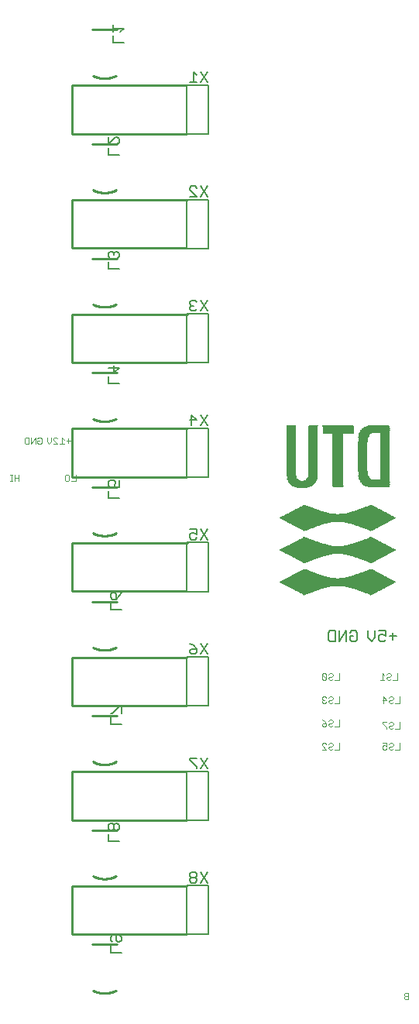
<source format=gbo>
G75*
%MOIN*%
%OFA0B0*%
%FSLAX25Y25*%
%IPPOS*%
%LPD*%
%AMOC8*
5,1,8,0,0,1.08239X$1,22.5*
%
%ADD10C,0.00500*%
%ADD11C,0.00300*%
%ADD12C,0.01000*%
%ADD13C,0.00800*%
%ADD14R,0.00100X0.00100*%
%ADD15R,0.00200X0.00100*%
%ADD16R,0.00600X0.00100*%
%ADD17R,0.01100X0.00100*%
%ADD18R,0.01500X0.00100*%
%ADD19R,0.02000X0.00100*%
%ADD20R,0.02400X0.00100*%
%ADD21R,0.02900X0.00100*%
%ADD22R,0.03400X0.00100*%
%ADD23R,0.03800X0.00100*%
%ADD24R,0.04300X0.00100*%
%ADD25R,0.04700X0.00100*%
%ADD26R,0.04600X0.00100*%
%ADD27R,0.05100X0.00100*%
%ADD28R,0.05600X0.00100*%
%ADD29R,0.06000X0.00100*%
%ADD30R,0.06500X0.00100*%
%ADD31R,0.07000X0.00100*%
%ADD32R,0.07500X0.00100*%
%ADD33R,0.07900X0.00100*%
%ADD34R,0.08400X0.00100*%
%ADD35R,0.08900X0.00100*%
%ADD36R,0.09400X0.00100*%
%ADD37R,0.09700X0.00100*%
%ADD38R,0.10200X0.00100*%
%ADD39R,0.10700X0.00100*%
%ADD40R,0.11200X0.00100*%
%ADD41R,0.11700X0.00100*%
%ADD42R,0.12200X0.00100*%
%ADD43R,0.12700X0.00100*%
%ADD44R,0.13300X0.00100*%
%ADD45R,0.13800X0.00100*%
%ADD46R,0.14300X0.00100*%
%ADD47R,0.14900X0.00100*%
%ADD48R,0.15300X0.00100*%
%ADD49R,0.15900X0.00100*%
%ADD50R,0.16500X0.00100*%
%ADD51R,0.17100X0.00100*%
%ADD52R,0.17800X0.00100*%
%ADD53R,0.18500X0.00100*%
%ADD54R,0.19400X0.00100*%
%ADD55R,0.20400X0.00100*%
%ADD56R,0.44200X0.00100*%
%ADD57R,0.44600X0.00100*%
%ADD58R,0.44800X0.00100*%
%ADD59R,0.45200X0.00100*%
%ADD60R,0.45600X0.00100*%
%ADD61R,0.46000X0.00100*%
%ADD62R,0.46400X0.00100*%
%ADD63R,0.46800X0.00100*%
%ADD64R,0.47200X0.00100*%
%ADD65R,0.47600X0.00100*%
%ADD66R,0.48000X0.00100*%
%ADD67R,0.48400X0.00100*%
%ADD68R,0.48800X0.00100*%
%ADD69R,0.49000X0.00100*%
%ADD70R,0.49400X0.00100*%
%ADD71R,0.49800X0.00100*%
%ADD72R,0.48600X0.00100*%
%ADD73R,0.48200X0.00100*%
%ADD74R,0.47800X0.00100*%
%ADD75R,0.47400X0.00100*%
%ADD76R,0.47000X0.00100*%
%ADD77R,0.46600X0.00100*%
%ADD78R,0.46200X0.00100*%
%ADD79R,0.44400X0.00100*%
%ADD80R,0.21500X0.00100*%
%ADD81R,0.19900X0.00100*%
%ADD82R,0.19000X0.00100*%
%ADD83R,0.18200X0.00100*%
%ADD84R,0.17500X0.00100*%
%ADD85R,0.16900X0.00100*%
%ADD86R,0.16300X0.00100*%
%ADD87R,0.15800X0.00100*%
%ADD88R,0.15200X0.00100*%
%ADD89R,0.14600X0.00100*%
%ADD90R,0.14100X0.00100*%
%ADD91R,0.13600X0.00100*%
%ADD92R,0.13000X0.00100*%
%ADD93R,0.12500X0.00100*%
%ADD94R,0.12000X0.00100*%
%ADD95R,0.11500X0.00100*%
%ADD96R,0.11000X0.00100*%
%ADD97R,0.10600X0.00100*%
%ADD98R,0.10100X0.00100*%
%ADD99R,0.09600X0.00100*%
%ADD100R,0.09200X0.00100*%
%ADD101R,0.08700X0.00100*%
%ADD102R,0.08200X0.00100*%
%ADD103R,0.07700X0.00100*%
%ADD104R,0.07300X0.00100*%
%ADD105R,0.06800X0.00100*%
%ADD106R,0.06300X0.00100*%
%ADD107R,0.05900X0.00100*%
%ADD108R,0.05500X0.00100*%
%ADD109R,0.05000X0.00100*%
%ADD110R,0.04100X0.00100*%
%ADD111R,0.03600X0.00100*%
%ADD112R,0.03200X0.00100*%
%ADD113R,0.02700X0.00100*%
%ADD114R,0.02300X0.00100*%
%ADD115R,0.01800X0.00100*%
%ADD116R,0.01300X0.00100*%
%ADD117R,0.01000X0.00100*%
%ADD118R,0.00500X0.00100*%
%ADD119R,0.02500X0.00100*%
%ADD120R,0.04800X0.00100*%
%ADD121R,0.06100X0.00100*%
%ADD122R,0.09800X0.00100*%
%ADD123R,0.45000X0.00100*%
%ADD124R,0.45800X0.00100*%
%ADD125R,0.05800X0.00100*%
%ADD126R,0.49200X0.00100*%
%ADD127R,0.03900X0.00100*%
%ADD128R,0.04900X0.00100*%
%ADD129R,0.07400X0.00100*%
%ADD130R,0.03700X0.00100*%
%ADD131R,0.08800X0.00100*%
%ADD132R,0.04200X0.00100*%
%ADD133R,0.09900X0.00100*%
%ADD134R,0.04400X0.00100*%
%ADD135R,0.10500X0.00100*%
%ADD136R,0.04500X0.00100*%
%ADD137R,0.08100X0.00100*%
%ADD138R,0.10900X0.00100*%
%ADD139R,0.11100X0.00100*%
%ADD140R,0.09100X0.00100*%
%ADD141R,0.11300X0.00100*%
%ADD142R,0.09300X0.00100*%
%ADD143R,0.11400X0.00100*%
%ADD144R,0.11600X0.00100*%
%ADD145R,0.10000X0.00100*%
%ADD146R,0.11800X0.00100*%
%ADD147R,0.11900X0.00100*%
%ADD148R,0.10400X0.00100*%
%ADD149R,0.12100X0.00100*%
%ADD150R,0.10800X0.00100*%
%ADD151R,0.12300X0.00100*%
%ADD152R,0.12400X0.00100*%
%ADD153R,0.12600X0.00100*%
%ADD154R,0.12800X0.00100*%
%ADD155R,0.12900X0.00100*%
%ADD156R,0.05200X0.00100*%
%ADD157R,0.05300X0.00100*%
%ADD158R,0.13200X0.00100*%
%ADD159R,0.13400X0.00100*%
%ADD160R,0.10300X0.00100*%
%ADD161R,0.13500X0.00100*%
%ADD162R,0.04000X0.00100*%
%ADD163R,0.09000X0.00100*%
%ADD164R,0.08000X0.00100*%
D10*
X0046947Y0062489D02*
X0046947Y0065492D01*
X0047697Y0067093D02*
X0046947Y0067844D01*
X0046947Y0069345D01*
X0047697Y0070096D01*
X0050700Y0070096D01*
X0051451Y0069345D01*
X0051451Y0067844D01*
X0050700Y0067093D01*
X0049949Y0067093D01*
X0049199Y0067844D01*
X0049199Y0070096D01*
X0051451Y0062489D02*
X0046947Y0062489D01*
X0045947Y0110702D02*
X0045947Y0113704D01*
X0046697Y0115306D02*
X0047448Y0115306D01*
X0048199Y0116056D01*
X0048199Y0117558D01*
X0047448Y0118308D01*
X0046697Y0118308D01*
X0045947Y0117558D01*
X0045947Y0116056D01*
X0046697Y0115306D01*
X0048199Y0116056D02*
X0048949Y0115306D01*
X0049700Y0115306D01*
X0050451Y0116056D01*
X0050451Y0117558D01*
X0049700Y0118308D01*
X0048949Y0118308D01*
X0048199Y0117558D01*
X0050451Y0110702D02*
X0045947Y0110702D01*
X0046947Y0160914D02*
X0046947Y0163917D01*
X0046947Y0165518D02*
X0047697Y0165518D01*
X0050700Y0168521D01*
X0051451Y0168521D01*
X0051451Y0165518D01*
X0051451Y0160914D02*
X0046947Y0160914D01*
X0046947Y0210127D02*
X0046947Y0213129D01*
X0047697Y0214731D02*
X0046947Y0215481D01*
X0046947Y0216983D01*
X0047697Y0217733D01*
X0048448Y0217733D01*
X0049199Y0216983D01*
X0049199Y0214731D01*
X0047697Y0214731D01*
X0049199Y0214731D02*
X0050700Y0216232D01*
X0051451Y0217733D01*
X0051451Y0210127D02*
X0046947Y0210127D01*
X0045947Y0258339D02*
X0045947Y0261342D01*
X0046697Y0262943D02*
X0045947Y0263694D01*
X0045947Y0265195D01*
X0046697Y0265946D01*
X0048199Y0265946D01*
X0048949Y0265195D01*
X0048949Y0264445D01*
X0048199Y0262943D01*
X0050451Y0262943D01*
X0050451Y0265946D01*
X0050451Y0258339D02*
X0045947Y0258339D01*
X0045947Y0307552D02*
X0045947Y0310555D01*
X0048199Y0312156D02*
X0048199Y0315159D01*
X0050451Y0314408D02*
X0048199Y0312156D01*
X0045947Y0314408D02*
X0050451Y0314408D01*
X0050451Y0307552D02*
X0045947Y0307552D01*
X0045947Y0356765D02*
X0045947Y0359767D01*
X0046697Y0361369D02*
X0045947Y0362119D01*
X0045947Y0363621D01*
X0046697Y0364371D01*
X0047448Y0364371D01*
X0048199Y0363621D01*
X0048199Y0362870D01*
X0048199Y0363621D02*
X0048949Y0364371D01*
X0049700Y0364371D01*
X0050451Y0363621D01*
X0050451Y0362119D01*
X0049700Y0361369D01*
X0050451Y0356765D02*
X0045947Y0356765D01*
X0045947Y0405977D02*
X0045947Y0408980D01*
X0045947Y0410581D02*
X0048949Y0413584D01*
X0049700Y0413584D01*
X0050451Y0412833D01*
X0050451Y0411332D01*
X0049700Y0410581D01*
X0050451Y0405977D02*
X0045947Y0405977D01*
X0045947Y0410581D02*
X0045947Y0413584D01*
X0047947Y0454190D02*
X0047947Y0457192D01*
X0047947Y0458794D02*
X0047947Y0461796D01*
X0047947Y0460295D02*
X0052451Y0460295D01*
X0050949Y0458794D01*
X0052451Y0454190D02*
X0047947Y0454190D01*
X0080944Y0437187D02*
X0083947Y0437187D01*
X0082446Y0437187D02*
X0082446Y0441691D01*
X0083947Y0440190D01*
X0085548Y0441691D02*
X0088551Y0437187D01*
X0085548Y0437187D02*
X0088551Y0441691D01*
X0088551Y0392479D02*
X0085548Y0387975D01*
X0083947Y0387975D02*
X0080944Y0390977D01*
X0080944Y0391728D01*
X0081695Y0392479D01*
X0083196Y0392479D01*
X0083947Y0391728D01*
X0085548Y0392479D02*
X0088551Y0387975D01*
X0083947Y0387975D02*
X0080944Y0387975D01*
X0081695Y0343266D02*
X0080944Y0342516D01*
X0080944Y0341765D01*
X0081695Y0341014D01*
X0080944Y0340264D01*
X0080944Y0339513D01*
X0081695Y0338762D01*
X0083196Y0338762D01*
X0083947Y0339513D01*
X0085548Y0338762D02*
X0088551Y0343266D01*
X0085548Y0343266D02*
X0088551Y0338762D01*
X0083947Y0342516D02*
X0083196Y0343266D01*
X0081695Y0343266D01*
X0081695Y0341014D02*
X0082446Y0341014D01*
X0081695Y0294054D02*
X0083947Y0291802D01*
X0080944Y0291802D01*
X0081695Y0289550D02*
X0081695Y0294054D01*
X0085548Y0294054D02*
X0088551Y0289550D01*
X0085548Y0289550D02*
X0088551Y0294054D01*
X0088551Y0244841D02*
X0085548Y0240337D01*
X0083947Y0241088D02*
X0083196Y0240337D01*
X0081695Y0240337D01*
X0080944Y0241088D01*
X0080944Y0242589D01*
X0081695Y0243340D01*
X0082446Y0243340D01*
X0083947Y0242589D01*
X0083947Y0244841D01*
X0080944Y0244841D01*
X0085548Y0244841D02*
X0088551Y0240337D01*
X0088551Y0195628D02*
X0085548Y0191125D01*
X0083947Y0191875D02*
X0083196Y0191125D01*
X0081695Y0191125D01*
X0080944Y0191875D01*
X0080944Y0192626D01*
X0081695Y0193376D01*
X0083947Y0193376D01*
X0083947Y0191875D01*
X0083947Y0193376D02*
X0082446Y0194878D01*
X0080944Y0195628D01*
X0085548Y0195628D02*
X0088551Y0191125D01*
X0088551Y0146416D02*
X0085548Y0141912D01*
X0083947Y0141912D02*
X0083947Y0142663D01*
X0080944Y0145665D01*
X0080944Y0146416D01*
X0083947Y0146416D01*
X0085548Y0146416D02*
X0088551Y0141912D01*
X0088551Y0097203D02*
X0085548Y0092699D01*
X0083947Y0093450D02*
X0083947Y0094201D01*
X0083196Y0094951D01*
X0081695Y0094951D01*
X0080944Y0094201D01*
X0080944Y0093450D01*
X0081695Y0092699D01*
X0083196Y0092699D01*
X0083947Y0093450D01*
X0083196Y0094951D02*
X0083947Y0095702D01*
X0083947Y0096453D01*
X0083196Y0097203D01*
X0081695Y0097203D01*
X0080944Y0096453D01*
X0080944Y0095702D01*
X0081695Y0094951D01*
X0085548Y0097203D02*
X0088551Y0092699D01*
X0141393Y0196664D02*
X0140642Y0197415D01*
X0140642Y0200417D01*
X0141393Y0201168D01*
X0143645Y0201168D01*
X0143645Y0196664D01*
X0141393Y0196664D01*
X0145246Y0196664D02*
X0145246Y0201168D01*
X0148249Y0201168D02*
X0145246Y0196664D01*
X0148249Y0196664D02*
X0148249Y0201168D01*
X0149850Y0200417D02*
X0150601Y0201168D01*
X0152102Y0201168D01*
X0152853Y0200417D01*
X0152853Y0197415D01*
X0152102Y0196664D01*
X0150601Y0196664D01*
X0149850Y0197415D01*
X0149850Y0198916D01*
X0151351Y0198916D01*
X0157642Y0198165D02*
X0157642Y0201168D01*
X0157642Y0198165D02*
X0159144Y0196664D01*
X0160645Y0198165D01*
X0160645Y0201168D01*
X0162246Y0201168D02*
X0165249Y0201168D01*
X0165249Y0198916D01*
X0163748Y0199666D01*
X0162997Y0199666D01*
X0162246Y0198916D01*
X0162246Y0197415D01*
X0162997Y0196664D01*
X0164498Y0196664D01*
X0165249Y0197415D01*
X0166850Y0198916D02*
X0169853Y0198916D01*
X0168351Y0200417D02*
X0168351Y0197415D01*
D11*
X0166978Y0182766D02*
X0166077Y0182766D01*
X0165627Y0182316D01*
X0166077Y0181415D02*
X0165627Y0180965D01*
X0165627Y0180514D01*
X0166077Y0180064D01*
X0166978Y0180064D01*
X0167428Y0180514D01*
X0166978Y0181415D02*
X0166077Y0181415D01*
X0166978Y0181415D02*
X0167428Y0181865D01*
X0167428Y0182316D01*
X0166978Y0182766D01*
X0168389Y0180064D02*
X0170190Y0180064D01*
X0170190Y0182766D01*
X0171190Y0172766D02*
X0171190Y0170064D01*
X0169389Y0170064D01*
X0168428Y0170514D02*
X0167978Y0170064D01*
X0167077Y0170064D01*
X0166627Y0170514D01*
X0166627Y0170965D01*
X0167077Y0171415D01*
X0167978Y0171415D01*
X0168428Y0171865D01*
X0168428Y0172316D01*
X0167978Y0172766D01*
X0167077Y0172766D01*
X0166627Y0172316D01*
X0165666Y0171415D02*
X0163864Y0171415D01*
X0164315Y0170064D02*
X0164315Y0172766D01*
X0165666Y0171415D01*
X0164666Y0180064D02*
X0162864Y0180064D01*
X0163765Y0180064D02*
X0163765Y0182766D01*
X0164666Y0181865D01*
X0163864Y0161766D02*
X0163864Y0161316D01*
X0165666Y0159514D01*
X0165666Y0159064D01*
X0166627Y0159514D02*
X0167077Y0159064D01*
X0167978Y0159064D01*
X0168428Y0159514D01*
X0167978Y0160415D02*
X0167077Y0160415D01*
X0166627Y0159965D01*
X0166627Y0159514D01*
X0167978Y0160415D02*
X0168428Y0160865D01*
X0168428Y0161316D01*
X0167978Y0161766D01*
X0167077Y0161766D01*
X0166627Y0161316D01*
X0165666Y0161766D02*
X0163864Y0161766D01*
X0163864Y0152766D02*
X0165666Y0152766D01*
X0165666Y0151415D01*
X0164765Y0151865D01*
X0164315Y0151865D01*
X0163864Y0151415D01*
X0163864Y0150514D01*
X0164315Y0150064D01*
X0165215Y0150064D01*
X0165666Y0150514D01*
X0166627Y0150514D02*
X0167077Y0150064D01*
X0167978Y0150064D01*
X0168428Y0150514D01*
X0167978Y0151415D02*
X0167077Y0151415D01*
X0166627Y0150965D01*
X0166627Y0150514D01*
X0167978Y0151415D02*
X0168428Y0151865D01*
X0168428Y0152316D01*
X0167978Y0152766D01*
X0167077Y0152766D01*
X0166627Y0152316D01*
X0169389Y0150064D02*
X0171190Y0150064D01*
X0171190Y0152766D01*
X0171190Y0159064D02*
X0169389Y0159064D01*
X0171190Y0159064D02*
X0171190Y0161766D01*
X0145190Y0162766D02*
X0145190Y0160064D01*
X0143389Y0160064D01*
X0142428Y0160514D02*
X0141978Y0160064D01*
X0141077Y0160064D01*
X0140627Y0160514D01*
X0140627Y0160965D01*
X0141077Y0161415D01*
X0141978Y0161415D01*
X0142428Y0161865D01*
X0142428Y0162316D01*
X0141978Y0162766D01*
X0141077Y0162766D01*
X0140627Y0162316D01*
X0139666Y0161415D02*
X0139666Y0160514D01*
X0139215Y0160064D01*
X0138315Y0160064D01*
X0137864Y0160514D01*
X0137864Y0160965D01*
X0138315Y0161415D01*
X0139666Y0161415D01*
X0138765Y0162316D01*
X0137864Y0162766D01*
X0138315Y0170064D02*
X0139215Y0170064D01*
X0139666Y0170514D01*
X0140627Y0170514D02*
X0140627Y0170965D01*
X0141077Y0171415D01*
X0141978Y0171415D01*
X0142428Y0171865D01*
X0142428Y0172316D01*
X0141978Y0172766D01*
X0141077Y0172766D01*
X0140627Y0172316D01*
X0139666Y0172316D02*
X0139215Y0172766D01*
X0138315Y0172766D01*
X0137864Y0172316D01*
X0137864Y0171865D01*
X0138315Y0171415D01*
X0137864Y0170965D01*
X0137864Y0170514D01*
X0138315Y0170064D01*
X0138315Y0171415D02*
X0138765Y0171415D01*
X0140627Y0170514D02*
X0141077Y0170064D01*
X0141978Y0170064D01*
X0142428Y0170514D01*
X0143389Y0170064D02*
X0145190Y0170064D01*
X0145190Y0172766D01*
X0145190Y0180064D02*
X0143389Y0180064D01*
X0142428Y0180514D02*
X0141978Y0180064D01*
X0141077Y0180064D01*
X0140627Y0180514D01*
X0140627Y0180965D01*
X0141077Y0181415D01*
X0141978Y0181415D01*
X0142428Y0181865D01*
X0142428Y0182316D01*
X0141978Y0182766D01*
X0141077Y0182766D01*
X0140627Y0182316D01*
X0139666Y0182316D02*
X0139215Y0182766D01*
X0138315Y0182766D01*
X0137864Y0182316D01*
X0139666Y0180514D01*
X0139215Y0180064D01*
X0138315Y0180064D01*
X0137864Y0180514D01*
X0137864Y0182316D01*
X0139666Y0182316D02*
X0139666Y0180514D01*
X0145190Y0180064D02*
X0145190Y0182766D01*
X0145190Y0152766D02*
X0145190Y0150064D01*
X0143389Y0150064D01*
X0142428Y0150514D02*
X0141978Y0150064D01*
X0141077Y0150064D01*
X0140627Y0150514D01*
X0140627Y0150965D01*
X0141077Y0151415D01*
X0141978Y0151415D01*
X0142428Y0151865D01*
X0142428Y0152316D01*
X0141978Y0152766D01*
X0141077Y0152766D01*
X0140627Y0152316D01*
X0139666Y0152316D02*
X0139215Y0152766D01*
X0138315Y0152766D01*
X0137864Y0152316D01*
X0137864Y0151865D01*
X0139666Y0150064D01*
X0137864Y0150064D01*
X0173696Y0045266D02*
X0173245Y0044816D01*
X0173245Y0044365D01*
X0173696Y0043915D01*
X0175047Y0043915D01*
X0175047Y0042564D02*
X0175047Y0045266D01*
X0173696Y0045266D01*
X0173696Y0043915D02*
X0173245Y0043465D01*
X0173245Y0043014D01*
X0173696Y0042564D01*
X0175047Y0042564D01*
X0031809Y0265564D02*
X0030008Y0265564D01*
X0029047Y0266014D02*
X0028596Y0265564D01*
X0027696Y0265564D01*
X0027245Y0266014D01*
X0027245Y0267816D01*
X0027696Y0268266D01*
X0028596Y0268266D01*
X0029047Y0267816D01*
X0029047Y0266014D01*
X0031809Y0265564D02*
X0031809Y0268266D01*
X0028671Y0282014D02*
X0028671Y0283816D01*
X0029572Y0282915D02*
X0027770Y0282915D01*
X0026809Y0283365D02*
X0025908Y0284266D01*
X0025908Y0281564D01*
X0025008Y0281564D02*
X0026809Y0281564D01*
X0024047Y0281564D02*
X0022245Y0283365D01*
X0022245Y0283816D01*
X0022696Y0284266D01*
X0023596Y0284266D01*
X0024047Y0283816D01*
X0024047Y0281564D02*
X0022245Y0281564D01*
X0021285Y0282465D02*
X0020384Y0281564D01*
X0019483Y0282465D01*
X0019483Y0284266D01*
X0021285Y0284266D02*
X0021285Y0282465D01*
X0017190Y0282014D02*
X0016740Y0281564D01*
X0015839Y0281564D01*
X0015389Y0282014D01*
X0015389Y0282915D01*
X0016290Y0282915D01*
X0017190Y0283816D02*
X0017190Y0282014D01*
X0017190Y0283816D02*
X0016740Y0284266D01*
X0015839Y0284266D01*
X0015389Y0283816D01*
X0014428Y0284266D02*
X0012627Y0281564D01*
X0012627Y0284266D01*
X0011666Y0284266D02*
X0010315Y0284266D01*
X0009864Y0283816D01*
X0009864Y0282014D01*
X0010315Y0281564D01*
X0011666Y0281564D01*
X0011666Y0284266D01*
X0014428Y0284266D02*
X0014428Y0281564D01*
X0007349Y0268266D02*
X0007349Y0265564D01*
X0007349Y0266915D02*
X0005547Y0266915D01*
X0005547Y0268266D02*
X0005547Y0265564D01*
X0004586Y0265564D02*
X0003686Y0265564D01*
X0004136Y0265564D02*
X0004136Y0268266D01*
X0004586Y0268266D02*
X0003686Y0268266D01*
D12*
X0030197Y0070514D02*
X0079597Y0070514D01*
X0079697Y0091314D02*
X0030197Y0091314D01*
X0030197Y0070514D01*
X0038852Y0066088D02*
X0049541Y0066088D01*
X0049197Y0046343D02*
X0048951Y0046224D01*
X0048703Y0046111D01*
X0048452Y0046004D01*
X0048199Y0045904D01*
X0047943Y0045809D01*
X0047684Y0045721D01*
X0047424Y0045639D01*
X0047162Y0045563D01*
X0046898Y0045494D01*
X0046633Y0045432D01*
X0046366Y0045375D01*
X0046097Y0045326D01*
X0045828Y0045283D01*
X0045558Y0045246D01*
X0045287Y0045216D01*
X0045015Y0045193D01*
X0044742Y0045176D01*
X0044470Y0045166D01*
X0044197Y0045163D01*
X0043924Y0045166D01*
X0043652Y0045176D01*
X0043379Y0045193D01*
X0043107Y0045216D01*
X0042836Y0045246D01*
X0042566Y0045283D01*
X0042297Y0045326D01*
X0042028Y0045375D01*
X0041761Y0045432D01*
X0041496Y0045494D01*
X0041232Y0045563D01*
X0040970Y0045639D01*
X0040710Y0045721D01*
X0040451Y0045809D01*
X0040195Y0045904D01*
X0039942Y0046004D01*
X0039691Y0046111D01*
X0039443Y0046224D01*
X0039197Y0046343D01*
X0039197Y0095556D02*
X0039443Y0095437D01*
X0039691Y0095324D01*
X0039942Y0095217D01*
X0040195Y0095117D01*
X0040451Y0095022D01*
X0040710Y0094934D01*
X0040970Y0094852D01*
X0041232Y0094776D01*
X0041496Y0094707D01*
X0041761Y0094645D01*
X0042028Y0094588D01*
X0042297Y0094539D01*
X0042566Y0094496D01*
X0042836Y0094459D01*
X0043107Y0094429D01*
X0043379Y0094406D01*
X0043652Y0094389D01*
X0043924Y0094379D01*
X0044197Y0094376D01*
X0044470Y0094379D01*
X0044742Y0094389D01*
X0045015Y0094406D01*
X0045287Y0094429D01*
X0045558Y0094459D01*
X0045828Y0094496D01*
X0046097Y0094539D01*
X0046366Y0094588D01*
X0046633Y0094645D01*
X0046898Y0094707D01*
X0047162Y0094776D01*
X0047424Y0094852D01*
X0047684Y0094934D01*
X0047943Y0095022D01*
X0048199Y0095117D01*
X0048452Y0095217D01*
X0048703Y0095324D01*
X0048951Y0095437D01*
X0049197Y0095556D01*
X0049541Y0115301D02*
X0038852Y0115301D01*
X0030197Y0119714D02*
X0030197Y0140514D01*
X0079697Y0140514D01*
X0079597Y0119714D02*
X0030197Y0119714D01*
X0039197Y0144768D02*
X0039443Y0144649D01*
X0039691Y0144536D01*
X0039942Y0144429D01*
X0040195Y0144329D01*
X0040451Y0144234D01*
X0040710Y0144146D01*
X0040970Y0144064D01*
X0041232Y0143988D01*
X0041496Y0143919D01*
X0041761Y0143857D01*
X0042028Y0143800D01*
X0042297Y0143751D01*
X0042566Y0143708D01*
X0042836Y0143671D01*
X0043107Y0143641D01*
X0043379Y0143618D01*
X0043652Y0143601D01*
X0043924Y0143591D01*
X0044197Y0143588D01*
X0044470Y0143591D01*
X0044742Y0143601D01*
X0045015Y0143618D01*
X0045287Y0143641D01*
X0045558Y0143671D01*
X0045828Y0143708D01*
X0046097Y0143751D01*
X0046366Y0143800D01*
X0046633Y0143857D01*
X0046898Y0143919D01*
X0047162Y0143988D01*
X0047424Y0144064D01*
X0047684Y0144146D01*
X0047943Y0144234D01*
X0048199Y0144329D01*
X0048452Y0144429D01*
X0048703Y0144536D01*
X0048951Y0144649D01*
X0049197Y0144768D01*
X0049541Y0164513D02*
X0038852Y0164513D01*
X0030197Y0168914D02*
X0079597Y0168914D01*
X0079697Y0189714D02*
X0030197Y0189714D01*
X0030197Y0168914D01*
X0039197Y0193981D02*
X0039443Y0193862D01*
X0039691Y0193749D01*
X0039942Y0193642D01*
X0040195Y0193542D01*
X0040451Y0193447D01*
X0040710Y0193359D01*
X0040970Y0193277D01*
X0041232Y0193201D01*
X0041496Y0193132D01*
X0041761Y0193070D01*
X0042028Y0193013D01*
X0042297Y0192964D01*
X0042566Y0192921D01*
X0042836Y0192884D01*
X0043107Y0192854D01*
X0043379Y0192831D01*
X0043652Y0192814D01*
X0043924Y0192804D01*
X0044197Y0192801D01*
X0044470Y0192804D01*
X0044742Y0192814D01*
X0045015Y0192831D01*
X0045287Y0192854D01*
X0045558Y0192884D01*
X0045828Y0192921D01*
X0046097Y0192964D01*
X0046366Y0193013D01*
X0046633Y0193070D01*
X0046898Y0193132D01*
X0047162Y0193201D01*
X0047424Y0193277D01*
X0047684Y0193359D01*
X0047943Y0193447D01*
X0048199Y0193542D01*
X0048452Y0193642D01*
X0048703Y0193749D01*
X0048951Y0193862D01*
X0049197Y0193981D01*
X0049541Y0213726D02*
X0038852Y0213726D01*
X0030297Y0218214D02*
X0030297Y0239014D01*
X0079797Y0239014D01*
X0079697Y0218214D02*
X0030297Y0218214D01*
X0039197Y0243193D02*
X0039443Y0243074D01*
X0039691Y0242961D01*
X0039942Y0242854D01*
X0040195Y0242754D01*
X0040451Y0242659D01*
X0040710Y0242571D01*
X0040970Y0242489D01*
X0041232Y0242413D01*
X0041496Y0242344D01*
X0041761Y0242282D01*
X0042028Y0242225D01*
X0042297Y0242176D01*
X0042566Y0242133D01*
X0042836Y0242096D01*
X0043107Y0242066D01*
X0043379Y0242043D01*
X0043652Y0242026D01*
X0043924Y0242016D01*
X0044197Y0242013D01*
X0044470Y0242016D01*
X0044742Y0242026D01*
X0045015Y0242043D01*
X0045287Y0242066D01*
X0045558Y0242096D01*
X0045828Y0242133D01*
X0046097Y0242176D01*
X0046366Y0242225D01*
X0046633Y0242282D01*
X0046898Y0242344D01*
X0047162Y0242413D01*
X0047424Y0242489D01*
X0047684Y0242571D01*
X0047943Y0242659D01*
X0048199Y0242754D01*
X0048452Y0242854D01*
X0048703Y0242961D01*
X0048951Y0243074D01*
X0049197Y0243193D01*
X0049541Y0262938D02*
X0038852Y0262938D01*
X0030297Y0267414D02*
X0030297Y0288214D01*
X0079797Y0288214D01*
X0079697Y0267414D02*
X0030297Y0267414D01*
X0039197Y0292406D02*
X0039443Y0292287D01*
X0039691Y0292174D01*
X0039942Y0292067D01*
X0040195Y0291967D01*
X0040451Y0291872D01*
X0040710Y0291784D01*
X0040970Y0291702D01*
X0041232Y0291626D01*
X0041496Y0291557D01*
X0041761Y0291495D01*
X0042028Y0291438D01*
X0042297Y0291389D01*
X0042566Y0291346D01*
X0042836Y0291309D01*
X0043107Y0291279D01*
X0043379Y0291256D01*
X0043652Y0291239D01*
X0043924Y0291229D01*
X0044197Y0291226D01*
X0044470Y0291229D01*
X0044742Y0291239D01*
X0045015Y0291256D01*
X0045287Y0291279D01*
X0045558Y0291309D01*
X0045828Y0291346D01*
X0046097Y0291389D01*
X0046366Y0291438D01*
X0046633Y0291495D01*
X0046898Y0291557D01*
X0047162Y0291626D01*
X0047424Y0291702D01*
X0047684Y0291784D01*
X0047943Y0291872D01*
X0048199Y0291967D01*
X0048452Y0292067D01*
X0048703Y0292174D01*
X0048951Y0292287D01*
X0049197Y0292406D01*
X0049541Y0312151D02*
X0038852Y0312151D01*
X0030297Y0316614D02*
X0079697Y0316614D01*
X0079797Y0337414D02*
X0030297Y0337414D01*
X0030297Y0316614D01*
X0039197Y0341619D02*
X0039443Y0341500D01*
X0039691Y0341387D01*
X0039942Y0341280D01*
X0040195Y0341180D01*
X0040451Y0341085D01*
X0040710Y0340997D01*
X0040970Y0340915D01*
X0041232Y0340839D01*
X0041496Y0340770D01*
X0041761Y0340708D01*
X0042028Y0340651D01*
X0042297Y0340602D01*
X0042566Y0340559D01*
X0042836Y0340522D01*
X0043107Y0340492D01*
X0043379Y0340469D01*
X0043652Y0340452D01*
X0043924Y0340442D01*
X0044197Y0340439D01*
X0044470Y0340442D01*
X0044742Y0340452D01*
X0045015Y0340469D01*
X0045287Y0340492D01*
X0045558Y0340522D01*
X0045828Y0340559D01*
X0046097Y0340602D01*
X0046366Y0340651D01*
X0046633Y0340708D01*
X0046898Y0340770D01*
X0047162Y0340839D01*
X0047424Y0340915D01*
X0047684Y0340997D01*
X0047943Y0341085D01*
X0048199Y0341180D01*
X0048452Y0341280D01*
X0048703Y0341387D01*
X0048951Y0341500D01*
X0049197Y0341619D01*
X0049541Y0361364D02*
X0038852Y0361364D01*
X0030297Y0365814D02*
X0030297Y0386614D01*
X0079797Y0386614D01*
X0079697Y0365814D02*
X0030297Y0365814D01*
X0039197Y0390831D02*
X0039443Y0390712D01*
X0039691Y0390599D01*
X0039942Y0390492D01*
X0040195Y0390392D01*
X0040451Y0390297D01*
X0040710Y0390209D01*
X0040970Y0390127D01*
X0041232Y0390051D01*
X0041496Y0389982D01*
X0041761Y0389920D01*
X0042028Y0389863D01*
X0042297Y0389814D01*
X0042566Y0389771D01*
X0042836Y0389734D01*
X0043107Y0389704D01*
X0043379Y0389681D01*
X0043652Y0389664D01*
X0043924Y0389654D01*
X0044197Y0389651D01*
X0044470Y0389654D01*
X0044742Y0389664D01*
X0045015Y0389681D01*
X0045287Y0389704D01*
X0045558Y0389734D01*
X0045828Y0389771D01*
X0046097Y0389814D01*
X0046366Y0389863D01*
X0046633Y0389920D01*
X0046898Y0389982D01*
X0047162Y0390051D01*
X0047424Y0390127D01*
X0047684Y0390209D01*
X0047943Y0390297D01*
X0048199Y0390392D01*
X0048452Y0390492D01*
X0048703Y0390599D01*
X0048951Y0390712D01*
X0049197Y0390831D01*
X0049541Y0410576D02*
X0038852Y0410576D01*
X0030197Y0415014D02*
X0030197Y0435814D01*
X0079697Y0435814D01*
X0079597Y0415014D02*
X0030197Y0415014D01*
X0039197Y0440044D02*
X0039443Y0439925D01*
X0039691Y0439812D01*
X0039942Y0439705D01*
X0040195Y0439605D01*
X0040451Y0439510D01*
X0040710Y0439422D01*
X0040970Y0439340D01*
X0041232Y0439264D01*
X0041496Y0439195D01*
X0041761Y0439133D01*
X0042028Y0439076D01*
X0042297Y0439027D01*
X0042566Y0438984D01*
X0042836Y0438947D01*
X0043107Y0438917D01*
X0043379Y0438894D01*
X0043652Y0438877D01*
X0043924Y0438867D01*
X0044197Y0438864D01*
X0044470Y0438867D01*
X0044742Y0438877D01*
X0045015Y0438894D01*
X0045287Y0438917D01*
X0045558Y0438947D01*
X0045828Y0438984D01*
X0046097Y0439027D01*
X0046366Y0439076D01*
X0046633Y0439133D01*
X0046898Y0439195D01*
X0047162Y0439264D01*
X0047424Y0439340D01*
X0047684Y0439422D01*
X0047943Y0439510D01*
X0048199Y0439605D01*
X0048452Y0439705D01*
X0048703Y0439812D01*
X0048951Y0439925D01*
X0049197Y0440044D01*
X0049541Y0459789D02*
X0038852Y0459789D01*
D13*
X0079650Y0435945D02*
X0079650Y0414930D01*
X0088744Y0414930D01*
X0088744Y0435945D01*
X0079650Y0435945D01*
X0079650Y0386733D02*
X0088744Y0386733D01*
X0088744Y0365717D01*
X0079650Y0365717D01*
X0079650Y0386733D01*
X0079650Y0337520D02*
X0088744Y0337520D01*
X0088744Y0316504D01*
X0079650Y0316504D01*
X0079650Y0337520D01*
X0079650Y0288308D02*
X0088744Y0288308D01*
X0088744Y0267292D01*
X0079650Y0267292D01*
X0079650Y0288308D01*
X0079650Y0239095D02*
X0088744Y0239095D01*
X0088744Y0218079D01*
X0079650Y0218079D01*
X0079650Y0239095D01*
X0079650Y0189882D02*
X0088744Y0189882D01*
X0088744Y0168867D01*
X0079650Y0168867D01*
X0079650Y0189882D01*
X0079650Y0140670D02*
X0088744Y0140670D01*
X0088744Y0119654D01*
X0079650Y0119654D01*
X0079650Y0140670D01*
X0079650Y0091457D02*
X0088744Y0091457D01*
X0088744Y0070441D01*
X0079650Y0070441D01*
X0079650Y0091457D01*
D14*
X0158997Y0216414D03*
D15*
X0158947Y0230214D03*
X0158947Y0244014D03*
X0130347Y0244014D03*
X0130347Y0230214D03*
X0130347Y0216414D03*
D16*
X0130347Y0216514D03*
X0130347Y0230314D03*
X0130347Y0244114D03*
X0158947Y0244114D03*
X0158947Y0230314D03*
X0158947Y0216514D03*
D17*
X0158897Y0216614D03*
X0158897Y0230414D03*
X0158897Y0244214D03*
X0130397Y0244214D03*
X0130397Y0230414D03*
X0130397Y0216614D03*
D18*
X0130397Y0216714D03*
X0130397Y0230514D03*
X0130397Y0244314D03*
X0158897Y0244314D03*
X0158897Y0230514D03*
X0158897Y0216714D03*
D19*
X0158847Y0216814D03*
X0158847Y0230614D03*
X0158847Y0244414D03*
X0130447Y0244414D03*
X0130447Y0230614D03*
X0130447Y0216814D03*
D20*
X0130447Y0216914D03*
X0158847Y0216914D03*
D21*
X0158797Y0217014D03*
X0158797Y0230814D03*
X0158797Y0244614D03*
X0130497Y0244614D03*
X0130497Y0230814D03*
X0130497Y0217014D03*
D22*
X0130547Y0217114D03*
X0130547Y0230914D03*
X0130547Y0244714D03*
X0158747Y0244714D03*
X0158747Y0230914D03*
X0158747Y0217114D03*
D23*
X0158747Y0217214D03*
X0158747Y0231014D03*
X0158747Y0244814D03*
X0130547Y0244814D03*
X0130547Y0231014D03*
X0130547Y0217214D03*
D24*
X0130597Y0217314D03*
X0130597Y0231114D03*
X0130597Y0244914D03*
X0133697Y0266714D03*
X0133697Y0266814D03*
X0133797Y0266914D03*
X0133797Y0267014D03*
X0133797Y0267114D03*
X0133797Y0267214D03*
X0133897Y0267514D03*
X0133897Y0267614D03*
X0124997Y0266614D03*
X0124997Y0266514D03*
X0124897Y0266714D03*
X0124897Y0266814D03*
X0124897Y0266914D03*
X0124797Y0267114D03*
X0124797Y0267214D03*
X0124697Y0267714D03*
X0144697Y0263014D03*
X0155697Y0267414D03*
X0155697Y0267514D03*
X0155597Y0267714D03*
X0155597Y0267814D03*
X0155597Y0267914D03*
X0155597Y0268014D03*
X0155597Y0268114D03*
X0155497Y0268414D03*
X0155497Y0268514D03*
X0155497Y0268614D03*
X0155497Y0268714D03*
X0155497Y0268814D03*
X0155497Y0268914D03*
X0155397Y0269714D03*
X0155397Y0269814D03*
X0155397Y0269914D03*
X0155397Y0270014D03*
X0155397Y0270114D03*
X0155397Y0270214D03*
X0155397Y0270314D03*
X0155397Y0270414D03*
X0155397Y0270514D03*
X0155397Y0270614D03*
X0155397Y0270714D03*
X0155397Y0270814D03*
X0155397Y0270914D03*
X0155397Y0271014D03*
X0155397Y0271114D03*
X0155397Y0271214D03*
X0155397Y0271314D03*
X0155397Y0271414D03*
X0155397Y0271514D03*
X0155397Y0271614D03*
X0155397Y0271714D03*
X0155397Y0271814D03*
X0155397Y0271914D03*
X0155397Y0272014D03*
X0155397Y0272114D03*
X0155397Y0272214D03*
X0155397Y0272314D03*
X0155397Y0272414D03*
X0155397Y0272514D03*
X0155397Y0272614D03*
X0155397Y0272714D03*
X0155397Y0272814D03*
X0155397Y0279314D03*
X0155397Y0279414D03*
X0155397Y0279514D03*
X0155397Y0279614D03*
X0155397Y0279714D03*
X0155397Y0279814D03*
X0155397Y0279914D03*
X0155397Y0280014D03*
X0155397Y0280114D03*
X0155397Y0280214D03*
X0155397Y0280314D03*
X0155397Y0280414D03*
X0155397Y0280514D03*
X0155397Y0280614D03*
X0155397Y0280714D03*
X0155397Y0280814D03*
X0155397Y0280914D03*
X0155397Y0281014D03*
X0155397Y0281114D03*
X0155397Y0281214D03*
X0155397Y0281314D03*
X0155397Y0281414D03*
X0155397Y0281514D03*
X0155397Y0281614D03*
X0155397Y0281714D03*
X0155397Y0281814D03*
X0155397Y0281914D03*
X0155397Y0282014D03*
X0155397Y0282114D03*
X0155397Y0282214D03*
X0155397Y0282314D03*
X0155497Y0283114D03*
X0155497Y0283214D03*
X0155497Y0283314D03*
X0155497Y0283414D03*
X0155497Y0283514D03*
X0155497Y0283614D03*
X0155597Y0283914D03*
X0155597Y0284014D03*
X0155597Y0284114D03*
X0155597Y0284214D03*
X0155597Y0284314D03*
X0155697Y0284514D03*
X0155697Y0284614D03*
X0158697Y0244914D03*
X0158697Y0231114D03*
X0158697Y0217314D03*
D25*
X0158597Y0217414D03*
X0156097Y0266514D03*
X0156097Y0285614D03*
X0125397Y0265914D03*
X0125297Y0266014D03*
D26*
X0125247Y0266114D03*
X0130647Y0254114D03*
X0133347Y0266014D03*
X0133447Y0266214D03*
X0144747Y0285914D03*
X0155947Y0285314D03*
X0156047Y0285514D03*
X0155947Y0266714D03*
X0156047Y0266614D03*
X0158647Y0254114D03*
X0158647Y0240314D03*
X0158647Y0226514D03*
X0130647Y0226514D03*
X0130647Y0217414D03*
X0130647Y0240314D03*
D27*
X0130697Y0245114D03*
X0130697Y0231314D03*
X0130697Y0217514D03*
X0156397Y0266114D03*
X0156397Y0285914D03*
X0158597Y0245114D03*
X0158597Y0231314D03*
X0158597Y0217514D03*
D28*
X0158547Y0217614D03*
X0158547Y0231414D03*
X0158547Y0245214D03*
X0156747Y0286114D03*
X0130747Y0245214D03*
X0130747Y0231414D03*
X0130747Y0217614D03*
X0129347Y0262814D03*
D29*
X0130747Y0217714D03*
X0158547Y0217714D03*
X0158547Y0231514D03*
X0158547Y0245314D03*
D30*
X0158497Y0245414D03*
X0158497Y0231614D03*
X0158497Y0217814D03*
X0130797Y0217814D03*
X0130797Y0231614D03*
X0130797Y0245414D03*
D31*
X0130847Y0245514D03*
X0130847Y0231714D03*
X0130847Y0217914D03*
X0158447Y0217914D03*
X0158447Y0231714D03*
X0158447Y0245514D03*
D32*
X0158397Y0245614D03*
X0158397Y0231814D03*
X0158397Y0218014D03*
X0130897Y0218014D03*
X0130897Y0231814D03*
X0130897Y0245614D03*
D33*
X0130897Y0245714D03*
X0130897Y0231914D03*
X0130897Y0218114D03*
X0158397Y0218114D03*
X0158397Y0231914D03*
X0158397Y0245714D03*
D34*
X0158347Y0245814D03*
X0158347Y0232014D03*
X0158347Y0218214D03*
X0130947Y0218214D03*
X0130947Y0232014D03*
X0130947Y0245814D03*
X0129347Y0263414D03*
D35*
X0130997Y0245914D03*
X0130997Y0232114D03*
X0130997Y0218314D03*
X0158297Y0218314D03*
X0158297Y0232114D03*
X0158297Y0245914D03*
D36*
X0158247Y0246014D03*
X0158247Y0232214D03*
X0158247Y0218414D03*
X0162147Y0263014D03*
X0131047Y0246014D03*
X0131047Y0232214D03*
X0131047Y0218414D03*
D37*
X0131097Y0218514D03*
X0131097Y0232314D03*
X0158197Y0218514D03*
D38*
X0158147Y0218614D03*
X0158147Y0232414D03*
X0158147Y0246214D03*
X0161847Y0263214D03*
X0131147Y0246214D03*
X0131147Y0232414D03*
X0131147Y0218614D03*
X0129347Y0264114D03*
D39*
X0131197Y0246314D03*
X0131197Y0232514D03*
X0131197Y0218714D03*
X0158097Y0218714D03*
X0158097Y0232514D03*
X0158097Y0246314D03*
X0161597Y0263414D03*
D40*
X0158047Y0246414D03*
X0158047Y0232614D03*
X0158047Y0218814D03*
X0161347Y0288414D03*
X0131247Y0246414D03*
X0131247Y0232614D03*
X0131247Y0218814D03*
X0129347Y0264614D03*
D41*
X0129297Y0265014D03*
X0131297Y0246514D03*
X0131297Y0232714D03*
X0131297Y0218914D03*
X0157997Y0218914D03*
X0157997Y0232714D03*
X0157997Y0246514D03*
X0161097Y0264014D03*
X0161097Y0288014D03*
D42*
X0160847Y0287514D03*
X0160847Y0264514D03*
X0157947Y0246614D03*
X0157947Y0232814D03*
X0157947Y0219014D03*
X0131347Y0219014D03*
X0131347Y0232814D03*
X0131347Y0246614D03*
X0129347Y0265414D03*
D43*
X0131397Y0246714D03*
X0131397Y0232914D03*
X0131397Y0219114D03*
X0157897Y0219114D03*
X0157897Y0232914D03*
X0157897Y0246714D03*
X0160597Y0265214D03*
X0160597Y0265314D03*
X0160597Y0286714D03*
X0160597Y0286814D03*
D44*
X0157797Y0246814D03*
X0157797Y0233014D03*
X0157797Y0219214D03*
X0131497Y0219214D03*
X0131497Y0233014D03*
X0131497Y0246814D03*
X0144697Y0289114D03*
D45*
X0157747Y0246914D03*
X0157747Y0233114D03*
X0157747Y0219314D03*
X0131547Y0219314D03*
X0131547Y0233114D03*
X0131547Y0246914D03*
D46*
X0131597Y0247014D03*
X0131597Y0233214D03*
X0131597Y0219414D03*
X0157697Y0219414D03*
X0157697Y0233214D03*
X0157697Y0247014D03*
D47*
X0157597Y0247114D03*
X0157597Y0233314D03*
X0157597Y0219514D03*
X0131697Y0219514D03*
X0131697Y0233314D03*
X0131697Y0247114D03*
D48*
X0131797Y0247214D03*
X0131797Y0233414D03*
X0131797Y0219614D03*
X0157497Y0219614D03*
X0157497Y0233414D03*
X0157497Y0247214D03*
D49*
X0157397Y0247314D03*
X0157397Y0233514D03*
X0157397Y0219714D03*
X0131897Y0219714D03*
X0131897Y0233514D03*
X0131897Y0247314D03*
D50*
X0131997Y0247414D03*
X0131997Y0233614D03*
X0131997Y0219814D03*
X0157297Y0219814D03*
X0157297Y0233614D03*
X0157297Y0247414D03*
D51*
X0157197Y0247514D03*
X0157197Y0233714D03*
X0157197Y0219914D03*
X0132097Y0219914D03*
X0132097Y0233714D03*
X0132097Y0247514D03*
D52*
X0132247Y0247614D03*
X0132247Y0233814D03*
X0132247Y0220014D03*
X0157047Y0220014D03*
X0157047Y0233814D03*
X0157047Y0247614D03*
D53*
X0156897Y0247714D03*
X0156897Y0233914D03*
X0156897Y0220114D03*
X0132397Y0220114D03*
X0132397Y0233914D03*
X0132397Y0247714D03*
D54*
X0132647Y0247814D03*
X0132647Y0234014D03*
X0132647Y0220214D03*
X0156647Y0220214D03*
X0156647Y0234014D03*
X0156647Y0247814D03*
D55*
X0156347Y0247914D03*
X0156347Y0234114D03*
X0156347Y0220314D03*
X0132947Y0220314D03*
X0132947Y0234114D03*
X0132947Y0247914D03*
D56*
X0144647Y0248014D03*
X0144647Y0234214D03*
X0144647Y0220414D03*
D57*
X0144647Y0220514D03*
X0144647Y0234314D03*
X0144647Y0248114D03*
D58*
X0144647Y0250914D03*
X0144647Y0237114D03*
X0144647Y0223314D03*
X0144647Y0220614D03*
D59*
X0144647Y0220714D03*
X0144647Y0223214D03*
X0144647Y0234514D03*
X0144647Y0237014D03*
X0144647Y0248314D03*
X0144647Y0250814D03*
D60*
X0144647Y0250714D03*
X0144647Y0248414D03*
X0144647Y0236914D03*
X0144647Y0234614D03*
X0144647Y0223114D03*
X0144647Y0220814D03*
D61*
X0144647Y0220914D03*
X0144647Y0223014D03*
X0144647Y0234714D03*
X0144647Y0248514D03*
D62*
X0144647Y0248614D03*
X0144647Y0234814D03*
X0144647Y0221014D03*
D63*
X0144647Y0221114D03*
X0144647Y0234914D03*
X0144647Y0248714D03*
D64*
X0144647Y0248814D03*
X0144647Y0235014D03*
X0144647Y0221214D03*
D65*
X0144647Y0221314D03*
X0144647Y0235114D03*
X0144647Y0248914D03*
D66*
X0144647Y0249014D03*
X0144647Y0235214D03*
X0144647Y0221414D03*
D67*
X0144647Y0221514D03*
X0144647Y0235314D03*
X0144647Y0249114D03*
D68*
X0144647Y0249214D03*
X0144647Y0235414D03*
X0144647Y0221614D03*
D69*
X0144647Y0221714D03*
X0144647Y0222214D03*
X0144647Y0235514D03*
X0144647Y0236014D03*
X0144647Y0249814D03*
D70*
X0144647Y0249714D03*
X0144647Y0249414D03*
X0144647Y0235914D03*
X0144647Y0235614D03*
X0144647Y0222114D03*
X0144647Y0221814D03*
D71*
X0144647Y0221914D03*
X0144647Y0222014D03*
X0144647Y0235714D03*
X0144647Y0235814D03*
X0144647Y0249514D03*
X0144647Y0249614D03*
D72*
X0144647Y0249914D03*
X0144647Y0236114D03*
X0144647Y0222314D03*
D73*
X0144647Y0222414D03*
X0144647Y0236214D03*
X0144647Y0250014D03*
D74*
X0144647Y0250114D03*
X0144647Y0236314D03*
X0144647Y0222514D03*
D75*
X0144647Y0222614D03*
X0144647Y0236414D03*
X0144647Y0250214D03*
D76*
X0144647Y0250314D03*
X0144647Y0236514D03*
X0144647Y0222714D03*
D77*
X0144647Y0222814D03*
X0144647Y0236614D03*
X0144647Y0250414D03*
D78*
X0144647Y0250514D03*
X0144647Y0236714D03*
X0144647Y0222914D03*
D79*
X0144647Y0223414D03*
X0144647Y0237214D03*
X0144647Y0251014D03*
D80*
X0155897Y0251114D03*
X0155897Y0237314D03*
X0155897Y0223514D03*
X0133397Y0223514D03*
X0133397Y0237314D03*
X0133397Y0251114D03*
D81*
X0132797Y0251214D03*
X0132797Y0237414D03*
X0132797Y0223614D03*
X0156497Y0223614D03*
X0156497Y0237414D03*
X0156497Y0251214D03*
D82*
X0156747Y0251314D03*
X0156747Y0237514D03*
X0156747Y0223714D03*
X0132547Y0223714D03*
X0132547Y0237514D03*
X0132547Y0251314D03*
D83*
X0132347Y0251414D03*
X0132347Y0237614D03*
X0132347Y0223814D03*
X0156947Y0223814D03*
X0156947Y0237614D03*
X0156947Y0251414D03*
D84*
X0157097Y0251514D03*
X0157097Y0237714D03*
X0157097Y0223914D03*
X0132197Y0223914D03*
X0132197Y0237714D03*
X0132197Y0251514D03*
D85*
X0132097Y0251614D03*
X0132097Y0237814D03*
X0132097Y0224014D03*
X0157197Y0224014D03*
X0157197Y0237814D03*
X0157197Y0251614D03*
D86*
X0157397Y0251714D03*
X0157397Y0237914D03*
X0157397Y0224114D03*
X0131897Y0224114D03*
X0131897Y0237914D03*
X0131897Y0251714D03*
D87*
X0131847Y0251814D03*
X0131847Y0238014D03*
X0131847Y0224214D03*
X0157447Y0224214D03*
X0157447Y0238014D03*
X0157447Y0251814D03*
D88*
X0157547Y0251914D03*
X0157547Y0238114D03*
X0157547Y0224314D03*
X0131747Y0224314D03*
X0131747Y0238114D03*
X0131747Y0251914D03*
D89*
X0131647Y0252014D03*
X0131647Y0238214D03*
X0131647Y0224414D03*
X0157647Y0224414D03*
X0157647Y0238214D03*
X0157647Y0252014D03*
D90*
X0157697Y0252114D03*
X0157697Y0238314D03*
X0157697Y0224514D03*
X0131597Y0224514D03*
X0131597Y0238314D03*
X0131597Y0252114D03*
D91*
X0131547Y0252214D03*
X0131547Y0238414D03*
X0131547Y0224614D03*
X0144747Y0286314D03*
X0144747Y0286414D03*
X0144747Y0286514D03*
X0144747Y0286614D03*
X0144747Y0286714D03*
X0144747Y0286814D03*
X0144747Y0286914D03*
X0144747Y0287014D03*
X0144747Y0287114D03*
X0144747Y0287214D03*
X0144747Y0287314D03*
X0144747Y0287414D03*
X0144747Y0287514D03*
X0144747Y0287614D03*
X0144747Y0287714D03*
X0144747Y0287814D03*
X0144747Y0287914D03*
X0144747Y0288014D03*
X0144747Y0288114D03*
X0144747Y0288214D03*
X0144747Y0288314D03*
X0144747Y0288414D03*
X0144747Y0288514D03*
X0144747Y0288614D03*
X0144747Y0288714D03*
X0144747Y0288814D03*
X0157747Y0252214D03*
X0157747Y0238414D03*
X0157747Y0224614D03*
D92*
X0157847Y0224714D03*
X0157847Y0238514D03*
X0157847Y0252314D03*
X0160447Y0265814D03*
X0160447Y0286214D03*
X0144747Y0289214D03*
X0131447Y0252314D03*
X0131447Y0238514D03*
X0131447Y0224714D03*
D93*
X0131397Y0224814D03*
X0131397Y0238614D03*
X0131397Y0252414D03*
X0157897Y0252414D03*
X0160697Y0264914D03*
X0160697Y0287114D03*
X0157897Y0238614D03*
X0157897Y0224814D03*
D94*
X0157947Y0224914D03*
X0157947Y0238714D03*
X0157947Y0252514D03*
X0160947Y0264314D03*
X0160947Y0287714D03*
X0131347Y0252514D03*
X0129347Y0265214D03*
X0129347Y0265314D03*
X0131347Y0238714D03*
X0131347Y0224914D03*
D95*
X0131297Y0225014D03*
X0131297Y0238814D03*
X0131297Y0252614D03*
X0157997Y0252614D03*
X0157997Y0238814D03*
X0157997Y0225014D03*
X0161197Y0288214D03*
D96*
X0161447Y0288514D03*
X0158047Y0252714D03*
X0158047Y0238914D03*
X0158047Y0225114D03*
X0131247Y0225114D03*
X0131247Y0238914D03*
X0131247Y0252714D03*
X0129347Y0264514D03*
D97*
X0129347Y0264314D03*
X0131147Y0252814D03*
X0131147Y0239014D03*
X0131147Y0225214D03*
X0158147Y0225214D03*
X0158147Y0239014D03*
X0158147Y0252814D03*
X0161647Y0288714D03*
D98*
X0158197Y0252914D03*
X0158197Y0239114D03*
X0158197Y0225314D03*
X0131097Y0225314D03*
X0131097Y0239114D03*
X0131097Y0252914D03*
D99*
X0131047Y0253014D03*
X0129347Y0263814D03*
X0131047Y0239214D03*
X0131047Y0225414D03*
X0158247Y0225414D03*
X0158247Y0239214D03*
X0158247Y0253014D03*
X0162147Y0289014D03*
D100*
X0158247Y0253114D03*
X0158247Y0239314D03*
X0158247Y0225514D03*
X0131047Y0225514D03*
X0131047Y0239314D03*
X0131047Y0253114D03*
D101*
X0130997Y0253214D03*
X0130997Y0239414D03*
X0130997Y0225614D03*
X0158297Y0225614D03*
X0158297Y0239414D03*
X0158297Y0253214D03*
D102*
X0158347Y0253314D03*
X0158347Y0239514D03*
X0158347Y0225714D03*
X0130947Y0225714D03*
X0130947Y0239514D03*
X0130947Y0253314D03*
D103*
X0130897Y0253414D03*
X0129297Y0263214D03*
X0130897Y0239614D03*
X0130897Y0225814D03*
X0158397Y0225814D03*
X0158397Y0239614D03*
X0158397Y0253414D03*
D104*
X0158397Y0253514D03*
X0158397Y0239714D03*
X0158397Y0225914D03*
X0130897Y0225914D03*
X0130897Y0239714D03*
X0130897Y0253514D03*
X0129297Y0263114D03*
D105*
X0129347Y0263014D03*
X0130847Y0253614D03*
X0130847Y0239814D03*
X0130847Y0226014D03*
X0158447Y0226014D03*
X0158447Y0239814D03*
X0158447Y0253614D03*
D106*
X0158497Y0253714D03*
X0158497Y0239914D03*
X0158497Y0226114D03*
X0130797Y0226114D03*
X0130797Y0239914D03*
X0130797Y0253714D03*
X0129297Y0262914D03*
D107*
X0130697Y0226214D03*
X0158597Y0226214D03*
X0158597Y0240014D03*
X0158597Y0253814D03*
D108*
X0158597Y0253914D03*
X0158597Y0240114D03*
X0158597Y0226314D03*
X0132697Y0265514D03*
X0130697Y0253914D03*
X0125997Y0265514D03*
X0130697Y0240114D03*
X0130697Y0226314D03*
D109*
X0130647Y0226414D03*
X0130647Y0240214D03*
X0130647Y0254014D03*
X0133047Y0265714D03*
X0158647Y0254014D03*
X0158647Y0240214D03*
X0158647Y0226414D03*
D110*
X0158697Y0226614D03*
X0158697Y0240414D03*
X0158697Y0254214D03*
X0130597Y0254214D03*
X0130597Y0240414D03*
X0130597Y0226614D03*
D111*
X0130547Y0226714D03*
X0130547Y0240514D03*
X0130547Y0254314D03*
X0134047Y0289214D03*
X0124547Y0289214D03*
X0158747Y0254314D03*
X0158747Y0240514D03*
X0158747Y0226714D03*
D112*
X0158747Y0226814D03*
X0158747Y0240614D03*
X0158747Y0254414D03*
X0130547Y0254414D03*
X0130547Y0240614D03*
X0130547Y0226814D03*
D113*
X0130497Y0226914D03*
X0130497Y0240714D03*
X0130497Y0254514D03*
X0158797Y0254514D03*
X0158797Y0240714D03*
X0158797Y0226914D03*
D114*
X0158797Y0227014D03*
X0158797Y0240814D03*
X0158797Y0254614D03*
X0130497Y0254614D03*
X0129297Y0262514D03*
X0130497Y0240814D03*
X0130497Y0227014D03*
D115*
X0130447Y0227114D03*
X0130447Y0240914D03*
X0130447Y0254714D03*
X0158847Y0254714D03*
X0158847Y0240914D03*
X0158847Y0227114D03*
D116*
X0158897Y0227214D03*
X0158897Y0241014D03*
X0158897Y0254814D03*
X0130397Y0254814D03*
X0130397Y0241014D03*
X0130397Y0227214D03*
D117*
X0130347Y0227314D03*
X0130347Y0241114D03*
X0130347Y0254914D03*
X0158947Y0254914D03*
X0158947Y0241114D03*
X0158947Y0227314D03*
D118*
X0158997Y0227414D03*
X0158997Y0241214D03*
X0158997Y0255014D03*
X0130297Y0255014D03*
X0130297Y0241214D03*
X0130297Y0227414D03*
D119*
X0130497Y0230714D03*
X0130497Y0244514D03*
X0158797Y0244514D03*
X0158797Y0230714D03*
D120*
X0158647Y0231214D03*
X0158647Y0245014D03*
X0156147Y0266414D03*
X0156147Y0285714D03*
X0133247Y0265914D03*
X0133147Y0265814D03*
X0125447Y0265814D03*
X0130647Y0245014D03*
X0130647Y0231214D03*
D121*
X0130797Y0231514D03*
X0130797Y0245314D03*
D122*
X0131047Y0246114D03*
X0129347Y0263914D03*
X0158247Y0246114D03*
X0158247Y0232314D03*
D123*
X0144647Y0234414D03*
X0144647Y0248214D03*
D124*
X0144647Y0250614D03*
X0144647Y0236814D03*
D125*
X0130747Y0240014D03*
X0130747Y0253814D03*
X0156847Y0265914D03*
D126*
X0144647Y0249314D03*
D127*
X0129297Y0262614D03*
X0124597Y0289114D03*
X0134097Y0289114D03*
D128*
X0125597Y0265714D03*
X0129297Y0262714D03*
X0156197Y0266314D03*
X0156297Y0266214D03*
X0156297Y0285814D03*
D129*
X0162847Y0262814D03*
D130*
X0144697Y0262814D03*
D131*
X0129347Y0263514D03*
X0162447Y0262914D03*
D132*
X0164847Y0265914D03*
X0164847Y0266014D03*
X0164847Y0266114D03*
X0164847Y0266214D03*
X0164847Y0266314D03*
X0164847Y0266414D03*
X0164847Y0266514D03*
X0164847Y0266614D03*
X0164847Y0266714D03*
X0164847Y0266814D03*
X0164847Y0266914D03*
X0164847Y0267014D03*
X0164847Y0267114D03*
X0164847Y0267214D03*
X0164847Y0267314D03*
X0164847Y0267414D03*
X0164847Y0267514D03*
X0164847Y0267614D03*
X0164847Y0267714D03*
X0164847Y0267814D03*
X0164847Y0267914D03*
X0164847Y0268014D03*
X0164847Y0268114D03*
X0164847Y0268214D03*
X0164847Y0268314D03*
X0164847Y0268414D03*
X0164847Y0268514D03*
X0164847Y0268614D03*
X0164847Y0268714D03*
X0164847Y0268814D03*
X0164847Y0268914D03*
X0164847Y0269014D03*
X0164847Y0269114D03*
X0164847Y0269214D03*
X0164847Y0269314D03*
X0164847Y0269414D03*
X0164847Y0269514D03*
X0164847Y0269614D03*
X0164847Y0269714D03*
X0164847Y0269814D03*
X0164847Y0269914D03*
X0164847Y0270014D03*
X0164847Y0270114D03*
X0164847Y0270214D03*
X0164847Y0270314D03*
X0164847Y0270414D03*
X0164847Y0270514D03*
X0164847Y0270614D03*
X0164847Y0270714D03*
X0164847Y0270814D03*
X0164847Y0270914D03*
X0164847Y0271014D03*
X0164847Y0271114D03*
X0164847Y0271214D03*
X0164847Y0271314D03*
X0164847Y0271414D03*
X0164847Y0271514D03*
X0164847Y0271614D03*
X0164847Y0271714D03*
X0164847Y0271814D03*
X0164847Y0271914D03*
X0164847Y0272014D03*
X0164847Y0272114D03*
X0164847Y0272214D03*
X0164847Y0272314D03*
X0164847Y0272414D03*
X0164847Y0272514D03*
X0164847Y0272614D03*
X0164847Y0272714D03*
X0164847Y0272814D03*
X0164847Y0272914D03*
X0164847Y0273014D03*
X0164847Y0273114D03*
X0164847Y0273214D03*
X0164847Y0273314D03*
X0164847Y0273414D03*
X0164847Y0273514D03*
X0164847Y0273614D03*
X0164847Y0273714D03*
X0164847Y0273814D03*
X0164847Y0273914D03*
X0164847Y0274014D03*
X0164847Y0274114D03*
X0164847Y0274214D03*
X0164847Y0274314D03*
X0164847Y0274414D03*
X0164847Y0274514D03*
X0164847Y0274614D03*
X0164847Y0274714D03*
X0164847Y0274814D03*
X0164847Y0274914D03*
X0164847Y0275014D03*
X0164847Y0275114D03*
X0164847Y0275214D03*
X0164847Y0275314D03*
X0164847Y0275414D03*
X0164847Y0275514D03*
X0164847Y0275614D03*
X0164847Y0275714D03*
X0164847Y0275814D03*
X0164847Y0275914D03*
X0164847Y0276014D03*
X0164847Y0276114D03*
X0164847Y0276214D03*
X0164847Y0276314D03*
X0164847Y0276414D03*
X0164847Y0276514D03*
X0164847Y0276614D03*
X0164847Y0276714D03*
X0164847Y0276814D03*
X0164847Y0276914D03*
X0164847Y0277014D03*
X0164847Y0277114D03*
X0164847Y0277214D03*
X0164847Y0277314D03*
X0164847Y0277414D03*
X0164847Y0277514D03*
X0164847Y0277614D03*
X0164847Y0277714D03*
X0164847Y0277814D03*
X0164847Y0277914D03*
X0164847Y0278014D03*
X0164847Y0278114D03*
X0164847Y0278214D03*
X0164847Y0278314D03*
X0164847Y0278414D03*
X0164847Y0278514D03*
X0164847Y0278614D03*
X0164847Y0278714D03*
X0164847Y0278814D03*
X0164847Y0278914D03*
X0164847Y0279014D03*
X0164847Y0279114D03*
X0164847Y0279214D03*
X0164847Y0279314D03*
X0164847Y0279414D03*
X0164847Y0279514D03*
X0164847Y0279614D03*
X0164847Y0279714D03*
X0164847Y0279814D03*
X0164847Y0279914D03*
X0164847Y0280014D03*
X0164847Y0280114D03*
X0164847Y0280214D03*
X0164847Y0280314D03*
X0164847Y0280414D03*
X0164847Y0280514D03*
X0164847Y0280614D03*
X0164847Y0280714D03*
X0164847Y0280814D03*
X0164847Y0280914D03*
X0164847Y0281014D03*
X0164847Y0281114D03*
X0164847Y0281214D03*
X0164847Y0281314D03*
X0164847Y0281414D03*
X0164847Y0281514D03*
X0164847Y0281614D03*
X0164847Y0281714D03*
X0164847Y0281814D03*
X0164847Y0281914D03*
X0164847Y0282014D03*
X0164847Y0282114D03*
X0164847Y0282214D03*
X0164847Y0282314D03*
X0164847Y0282414D03*
X0164847Y0282514D03*
X0164847Y0282614D03*
X0164847Y0282714D03*
X0164847Y0282814D03*
X0164847Y0282914D03*
X0164847Y0283014D03*
X0164847Y0283114D03*
X0164847Y0283214D03*
X0164847Y0283314D03*
X0164847Y0283414D03*
X0164847Y0283514D03*
X0164847Y0283614D03*
X0164847Y0283714D03*
X0164847Y0283814D03*
X0164847Y0283914D03*
X0164847Y0284014D03*
X0164847Y0284114D03*
X0164847Y0284214D03*
X0164847Y0284314D03*
X0164847Y0284414D03*
X0164847Y0284514D03*
X0164847Y0284614D03*
X0164847Y0284714D03*
X0164847Y0284814D03*
X0164847Y0284914D03*
X0164847Y0285014D03*
X0164847Y0285114D03*
X0164847Y0285214D03*
X0164847Y0285314D03*
X0164847Y0285414D03*
X0164847Y0285514D03*
X0164847Y0285614D03*
X0164847Y0285714D03*
X0164847Y0285814D03*
X0164847Y0285914D03*
X0164847Y0286014D03*
X0164847Y0286114D03*
X0155547Y0283814D03*
X0155547Y0283714D03*
X0155447Y0283014D03*
X0155447Y0282914D03*
X0155447Y0282814D03*
X0155447Y0282714D03*
X0155447Y0282614D03*
X0155447Y0282514D03*
X0155447Y0282414D03*
X0155347Y0279214D03*
X0155347Y0279114D03*
X0155347Y0279014D03*
X0155347Y0278914D03*
X0155347Y0278814D03*
X0155347Y0278714D03*
X0155347Y0278614D03*
X0155347Y0278514D03*
X0155347Y0278414D03*
X0155347Y0278314D03*
X0155347Y0278214D03*
X0155347Y0278114D03*
X0155347Y0278014D03*
X0155347Y0277914D03*
X0155347Y0277814D03*
X0155347Y0277714D03*
X0155347Y0277614D03*
X0155347Y0277514D03*
X0155347Y0277414D03*
X0155347Y0277314D03*
X0155347Y0277214D03*
X0155347Y0277114D03*
X0155347Y0277014D03*
X0155347Y0276914D03*
X0155347Y0276814D03*
X0155347Y0276714D03*
X0155347Y0276614D03*
X0155347Y0276514D03*
X0155347Y0276414D03*
X0155347Y0276314D03*
X0155347Y0276214D03*
X0155347Y0276114D03*
X0155347Y0276014D03*
X0155347Y0275914D03*
X0155347Y0275814D03*
X0155347Y0275714D03*
X0155347Y0275614D03*
X0155347Y0275514D03*
X0155347Y0275414D03*
X0155347Y0275314D03*
X0155347Y0275214D03*
X0155347Y0275114D03*
X0155347Y0275014D03*
X0155347Y0274914D03*
X0155347Y0274814D03*
X0155347Y0274714D03*
X0155347Y0274614D03*
X0155347Y0274514D03*
X0155347Y0274414D03*
X0155347Y0274314D03*
X0155347Y0274214D03*
X0155347Y0274114D03*
X0155347Y0274014D03*
X0155347Y0273914D03*
X0155347Y0273814D03*
X0155347Y0273714D03*
X0155347Y0273614D03*
X0155347Y0273514D03*
X0155347Y0273414D03*
X0155347Y0273314D03*
X0155347Y0273214D03*
X0155347Y0273114D03*
X0155347Y0273014D03*
X0155347Y0272914D03*
X0155447Y0269614D03*
X0155447Y0269514D03*
X0155447Y0269414D03*
X0155447Y0269314D03*
X0155447Y0269214D03*
X0155447Y0269114D03*
X0155447Y0269014D03*
X0155547Y0268314D03*
X0155547Y0268214D03*
X0144747Y0262914D03*
X0133847Y0267314D03*
X0133847Y0267414D03*
X0133947Y0267714D03*
X0133947Y0267814D03*
X0133947Y0267914D03*
X0133947Y0268014D03*
X0133947Y0268114D03*
X0133947Y0268214D03*
X0133947Y0268314D03*
X0133947Y0268414D03*
X0134047Y0268514D03*
X0134047Y0268614D03*
X0134047Y0268714D03*
X0134047Y0268814D03*
X0134047Y0268914D03*
X0134047Y0269014D03*
X0134047Y0269114D03*
X0134047Y0269214D03*
X0134047Y0269314D03*
X0134047Y0269414D03*
X0134047Y0269514D03*
X0134047Y0269614D03*
X0134047Y0269714D03*
X0134047Y0269814D03*
X0134047Y0269914D03*
X0134047Y0270014D03*
X0134047Y0270114D03*
X0134047Y0270214D03*
X0134047Y0270314D03*
X0134047Y0270414D03*
X0134047Y0270514D03*
X0134047Y0270614D03*
X0134047Y0270714D03*
X0134047Y0270814D03*
X0134047Y0270914D03*
X0134047Y0271014D03*
X0134047Y0271114D03*
X0134047Y0271214D03*
X0134047Y0271314D03*
X0134047Y0271414D03*
X0134047Y0271514D03*
X0134047Y0271614D03*
X0134047Y0271714D03*
X0134047Y0271814D03*
X0134047Y0271914D03*
X0134047Y0272014D03*
X0134047Y0272114D03*
X0134047Y0272214D03*
X0134047Y0272314D03*
X0134047Y0272414D03*
X0134047Y0272514D03*
X0134047Y0272614D03*
X0134047Y0272714D03*
X0134047Y0272814D03*
X0134047Y0272914D03*
X0134047Y0273014D03*
X0134047Y0273114D03*
X0134047Y0273214D03*
X0134047Y0273314D03*
X0134047Y0273414D03*
X0134047Y0273514D03*
X0134047Y0273614D03*
X0134047Y0273714D03*
X0134047Y0273814D03*
X0134047Y0273914D03*
X0134047Y0274014D03*
X0134047Y0274114D03*
X0134047Y0274214D03*
X0134047Y0274314D03*
X0134047Y0274414D03*
X0134047Y0274514D03*
X0134047Y0274614D03*
X0134047Y0274714D03*
X0134047Y0274814D03*
X0134047Y0274914D03*
X0134047Y0275014D03*
X0134047Y0275114D03*
X0134047Y0275214D03*
X0134047Y0275314D03*
X0134047Y0275414D03*
X0134047Y0275514D03*
X0134047Y0275614D03*
X0134047Y0275714D03*
X0134047Y0275814D03*
X0134047Y0275914D03*
X0134047Y0276014D03*
X0134047Y0276114D03*
X0134047Y0276214D03*
X0134047Y0276314D03*
X0134047Y0276414D03*
X0134047Y0276514D03*
X0134047Y0276614D03*
X0134047Y0276714D03*
X0134047Y0276814D03*
X0134047Y0276914D03*
X0134047Y0277014D03*
X0134047Y0277114D03*
X0134047Y0277214D03*
X0134047Y0277314D03*
X0134047Y0277414D03*
X0134047Y0277514D03*
X0134047Y0277614D03*
X0134047Y0277714D03*
X0134047Y0277814D03*
X0134047Y0277914D03*
X0134047Y0278014D03*
X0134047Y0278114D03*
X0134047Y0278214D03*
X0134047Y0278314D03*
X0134047Y0278414D03*
X0134047Y0278514D03*
X0134047Y0278614D03*
X0134047Y0278714D03*
X0134047Y0278814D03*
X0134047Y0278914D03*
X0134047Y0279014D03*
X0134047Y0279114D03*
X0134047Y0279214D03*
X0134047Y0279314D03*
X0134047Y0279414D03*
X0134047Y0279514D03*
X0134047Y0279614D03*
X0134047Y0279714D03*
X0134047Y0279814D03*
X0134047Y0279914D03*
X0134047Y0280014D03*
X0134047Y0280114D03*
X0134047Y0280214D03*
X0134047Y0280314D03*
X0134047Y0280414D03*
X0134047Y0280514D03*
X0134047Y0280614D03*
X0134047Y0280714D03*
X0134047Y0280814D03*
X0134047Y0280914D03*
X0134047Y0281014D03*
X0134047Y0281114D03*
X0134047Y0281214D03*
X0134047Y0281314D03*
X0134047Y0281414D03*
X0134047Y0281514D03*
X0134047Y0281614D03*
X0134047Y0281714D03*
X0134047Y0281814D03*
X0134047Y0281914D03*
X0134047Y0282014D03*
X0134047Y0282114D03*
X0134047Y0282214D03*
X0134047Y0282314D03*
X0134047Y0282414D03*
X0134047Y0282514D03*
X0134047Y0282614D03*
X0134047Y0282714D03*
X0134047Y0282814D03*
X0134047Y0282914D03*
X0134047Y0283014D03*
X0134047Y0283114D03*
X0134047Y0283214D03*
X0134047Y0283314D03*
X0134047Y0283414D03*
X0134047Y0283514D03*
X0134047Y0283614D03*
X0134047Y0283714D03*
X0134047Y0283814D03*
X0134047Y0283914D03*
X0134047Y0284014D03*
X0134047Y0284114D03*
X0134047Y0284214D03*
X0134047Y0284314D03*
X0134047Y0284414D03*
X0134047Y0284514D03*
X0134047Y0284614D03*
X0134047Y0284714D03*
X0134047Y0284814D03*
X0134047Y0284914D03*
X0134047Y0285014D03*
X0134047Y0285114D03*
X0134047Y0285214D03*
X0134047Y0285314D03*
X0134047Y0285414D03*
X0134047Y0285514D03*
X0134047Y0285614D03*
X0134047Y0285714D03*
X0134047Y0285814D03*
X0134047Y0285914D03*
X0134047Y0286014D03*
X0134047Y0286114D03*
X0134047Y0286214D03*
X0134047Y0286314D03*
X0134047Y0286414D03*
X0134047Y0286514D03*
X0134047Y0286614D03*
X0134047Y0286714D03*
X0134047Y0286814D03*
X0134047Y0286914D03*
X0134047Y0287014D03*
X0134047Y0287114D03*
X0134047Y0287214D03*
X0134047Y0287314D03*
X0134047Y0287414D03*
X0134047Y0287514D03*
X0134047Y0287614D03*
X0134047Y0287714D03*
X0134047Y0287814D03*
X0134047Y0287914D03*
X0134047Y0288014D03*
X0134047Y0288114D03*
X0134047Y0288214D03*
X0134047Y0288314D03*
X0134047Y0288414D03*
X0134047Y0288514D03*
X0134047Y0288614D03*
X0134047Y0288714D03*
X0134047Y0288814D03*
X0134047Y0288914D03*
X0124547Y0288914D03*
X0124547Y0288814D03*
X0124547Y0288714D03*
X0124547Y0288614D03*
X0124547Y0288514D03*
X0124547Y0288414D03*
X0124547Y0288314D03*
X0124547Y0288214D03*
X0124547Y0288114D03*
X0124547Y0288014D03*
X0124547Y0287914D03*
X0124547Y0287814D03*
X0124547Y0287714D03*
X0124547Y0287614D03*
X0124547Y0287514D03*
X0124547Y0287414D03*
X0124547Y0287314D03*
X0124547Y0287214D03*
X0124547Y0287114D03*
X0124547Y0287014D03*
X0124547Y0286914D03*
X0124547Y0286814D03*
X0124547Y0286714D03*
X0124547Y0286614D03*
X0124547Y0286514D03*
X0124547Y0286414D03*
X0124547Y0286314D03*
X0124547Y0286214D03*
X0124547Y0286114D03*
X0124547Y0286014D03*
X0124547Y0285914D03*
X0124547Y0285814D03*
X0124547Y0285714D03*
X0124547Y0285614D03*
X0124547Y0285514D03*
X0124547Y0285414D03*
X0124547Y0285314D03*
X0124547Y0285214D03*
X0124547Y0285114D03*
X0124547Y0285014D03*
X0124547Y0284914D03*
X0124547Y0284814D03*
X0124547Y0284714D03*
X0124547Y0284614D03*
X0124547Y0284514D03*
X0124547Y0284414D03*
X0124547Y0284314D03*
X0124547Y0284214D03*
X0124547Y0284114D03*
X0124547Y0284014D03*
X0124547Y0283914D03*
X0124547Y0283814D03*
X0124547Y0283714D03*
X0124547Y0283614D03*
X0124547Y0283514D03*
X0124547Y0283414D03*
X0124547Y0283314D03*
X0124547Y0283214D03*
X0124547Y0283114D03*
X0124547Y0283014D03*
X0124547Y0282914D03*
X0124547Y0282814D03*
X0124547Y0282714D03*
X0124547Y0282614D03*
X0124547Y0282514D03*
X0124547Y0282414D03*
X0124547Y0282314D03*
X0124547Y0282214D03*
X0124547Y0282114D03*
X0124547Y0282014D03*
X0124547Y0281914D03*
X0124547Y0281814D03*
X0124547Y0281714D03*
X0124547Y0281614D03*
X0124547Y0281514D03*
X0124547Y0281414D03*
X0124547Y0281314D03*
X0124547Y0281214D03*
X0124547Y0281114D03*
X0124547Y0281014D03*
X0124547Y0280914D03*
X0124547Y0280814D03*
X0124547Y0280714D03*
X0124547Y0280614D03*
X0124547Y0280514D03*
X0124547Y0280414D03*
X0124547Y0280314D03*
X0124547Y0280214D03*
X0124547Y0280114D03*
X0124547Y0280014D03*
X0124547Y0279914D03*
X0124547Y0279814D03*
X0124547Y0279714D03*
X0124547Y0279614D03*
X0124547Y0279514D03*
X0124547Y0279414D03*
X0124547Y0279314D03*
X0124547Y0279214D03*
X0124547Y0279114D03*
X0124547Y0279014D03*
X0124547Y0278914D03*
X0124547Y0278814D03*
X0124547Y0278714D03*
X0124547Y0278614D03*
X0124547Y0278514D03*
X0124547Y0278414D03*
X0124547Y0278314D03*
X0124547Y0278214D03*
X0124547Y0278114D03*
X0124547Y0278014D03*
X0124547Y0277914D03*
X0124547Y0277814D03*
X0124547Y0277714D03*
X0124547Y0277614D03*
X0124547Y0277514D03*
X0124547Y0277414D03*
X0124547Y0277314D03*
X0124547Y0277214D03*
X0124547Y0277114D03*
X0124547Y0277014D03*
X0124547Y0276914D03*
X0124547Y0276814D03*
X0124547Y0276714D03*
X0124547Y0276614D03*
X0124547Y0276514D03*
X0124547Y0276414D03*
X0124547Y0276314D03*
X0124547Y0276214D03*
X0124547Y0276114D03*
X0124547Y0276014D03*
X0124547Y0275914D03*
X0124547Y0275814D03*
X0124547Y0275714D03*
X0124547Y0275614D03*
X0124547Y0275514D03*
X0124547Y0275414D03*
X0124547Y0275314D03*
X0124547Y0275214D03*
X0124547Y0275114D03*
X0124547Y0275014D03*
X0124547Y0274914D03*
X0124547Y0274814D03*
X0124547Y0274714D03*
X0124547Y0274614D03*
X0124547Y0274514D03*
X0124547Y0274414D03*
X0124547Y0274314D03*
X0124547Y0274214D03*
X0124547Y0274114D03*
X0124547Y0274014D03*
X0124547Y0273914D03*
X0124547Y0273814D03*
X0124547Y0273714D03*
X0124547Y0273614D03*
X0124547Y0273514D03*
X0124547Y0273414D03*
X0124547Y0273314D03*
X0124547Y0273214D03*
X0124547Y0273114D03*
X0124547Y0273014D03*
X0124547Y0272914D03*
X0124547Y0272814D03*
X0124547Y0272714D03*
X0124547Y0272614D03*
X0124547Y0272514D03*
X0124547Y0272414D03*
X0124547Y0272314D03*
X0124547Y0272214D03*
X0124547Y0272114D03*
X0124547Y0272014D03*
X0124547Y0271914D03*
X0124547Y0271814D03*
X0124547Y0271714D03*
X0124547Y0271614D03*
X0124547Y0271514D03*
X0124547Y0271414D03*
X0124547Y0271314D03*
X0124547Y0271214D03*
X0124547Y0271114D03*
X0124547Y0271014D03*
X0124547Y0270914D03*
X0124547Y0270814D03*
X0124547Y0270714D03*
X0124547Y0270614D03*
X0124547Y0270514D03*
X0124547Y0270414D03*
X0124547Y0270314D03*
X0124547Y0270214D03*
X0124547Y0270114D03*
X0124547Y0270014D03*
X0124547Y0269914D03*
X0124547Y0269814D03*
X0124547Y0269714D03*
X0124547Y0269614D03*
X0124547Y0269514D03*
X0124547Y0269414D03*
X0124547Y0269314D03*
X0124547Y0269214D03*
X0124547Y0269114D03*
X0124547Y0269014D03*
X0124547Y0268914D03*
X0124547Y0268814D03*
X0124547Y0268714D03*
X0124647Y0268614D03*
X0124647Y0268514D03*
X0124647Y0268414D03*
X0124647Y0268314D03*
X0124647Y0268214D03*
X0124647Y0268114D03*
X0124647Y0268014D03*
X0124647Y0267914D03*
X0124647Y0267814D03*
X0124747Y0267614D03*
X0124747Y0267514D03*
X0124747Y0267414D03*
X0124747Y0267314D03*
X0124847Y0267014D03*
D133*
X0161997Y0263114D03*
D134*
X0155847Y0267014D03*
X0155747Y0267214D03*
X0155747Y0267314D03*
X0155647Y0267614D03*
X0155647Y0284414D03*
X0155747Y0284714D03*
X0155747Y0284814D03*
X0155747Y0284914D03*
X0155847Y0285014D03*
X0155847Y0285114D03*
X0144747Y0263214D03*
X0144747Y0263114D03*
X0133647Y0266514D03*
X0133647Y0266614D03*
X0133547Y0266414D03*
X0125047Y0266414D03*
D135*
X0161697Y0263314D03*
D136*
X0155897Y0266814D03*
X0155897Y0266914D03*
X0155797Y0267114D03*
X0155897Y0285214D03*
X0155997Y0285414D03*
X0144697Y0285414D03*
X0144697Y0285514D03*
X0144697Y0285614D03*
X0144697Y0285714D03*
X0144697Y0285814D03*
X0144697Y0285314D03*
X0144697Y0285214D03*
X0144697Y0285114D03*
X0144697Y0285014D03*
X0144697Y0284914D03*
X0144697Y0284814D03*
X0144697Y0284714D03*
X0144697Y0284614D03*
X0144697Y0284514D03*
X0144697Y0284414D03*
X0144697Y0284314D03*
X0144697Y0284214D03*
X0144697Y0284114D03*
X0144697Y0284014D03*
X0144697Y0283914D03*
X0144697Y0283814D03*
X0144697Y0283714D03*
X0144697Y0283614D03*
X0144697Y0283514D03*
X0144697Y0283414D03*
X0144697Y0283314D03*
X0144697Y0283214D03*
X0144697Y0283114D03*
X0144697Y0283014D03*
X0144697Y0282914D03*
X0144697Y0282814D03*
X0144697Y0282714D03*
X0144697Y0282614D03*
X0144697Y0282514D03*
X0144697Y0282414D03*
X0144697Y0282314D03*
X0144697Y0282214D03*
X0144697Y0282114D03*
X0144697Y0282014D03*
X0144697Y0281914D03*
X0144697Y0281814D03*
X0144697Y0281714D03*
X0144697Y0281614D03*
X0144697Y0281514D03*
X0144697Y0281414D03*
X0144697Y0281314D03*
X0144697Y0281214D03*
X0144697Y0281114D03*
X0144697Y0281014D03*
X0144697Y0280914D03*
X0144697Y0280814D03*
X0144697Y0280714D03*
X0144697Y0280614D03*
X0144697Y0280514D03*
X0144697Y0280414D03*
X0144697Y0280314D03*
X0144697Y0280214D03*
X0144697Y0280114D03*
X0144697Y0280014D03*
X0144697Y0279914D03*
X0144697Y0279814D03*
X0144697Y0279714D03*
X0144697Y0279614D03*
X0144697Y0279514D03*
X0144697Y0279414D03*
X0144697Y0279314D03*
X0144697Y0279214D03*
X0144697Y0279114D03*
X0144697Y0279014D03*
X0144697Y0278914D03*
X0144697Y0278814D03*
X0144697Y0278714D03*
X0144697Y0278614D03*
X0144697Y0278514D03*
X0144697Y0278414D03*
X0144697Y0278314D03*
X0144697Y0278214D03*
X0144697Y0278114D03*
X0144697Y0278014D03*
X0144697Y0277914D03*
X0144697Y0277814D03*
X0144697Y0277714D03*
X0144697Y0277614D03*
X0144697Y0277514D03*
X0144697Y0277414D03*
X0144697Y0277314D03*
X0144697Y0277214D03*
X0144697Y0277114D03*
X0144697Y0277014D03*
X0144697Y0276914D03*
X0144697Y0276814D03*
X0144697Y0276714D03*
X0144697Y0276614D03*
X0144697Y0276514D03*
X0144697Y0276414D03*
X0144697Y0276314D03*
X0144697Y0276214D03*
X0144697Y0276114D03*
X0144697Y0276014D03*
X0144697Y0275914D03*
X0144697Y0275814D03*
X0144697Y0275714D03*
X0144697Y0275614D03*
X0144697Y0275514D03*
X0144697Y0275414D03*
X0144697Y0275314D03*
X0144697Y0275214D03*
X0144697Y0275114D03*
X0144697Y0275014D03*
X0144697Y0274914D03*
X0144697Y0274814D03*
X0144697Y0274714D03*
X0144697Y0274614D03*
X0144697Y0274514D03*
X0144697Y0274414D03*
X0144697Y0274314D03*
X0144697Y0274214D03*
X0144697Y0274114D03*
X0144697Y0274014D03*
X0144697Y0273914D03*
X0144697Y0273814D03*
X0144697Y0273714D03*
X0144697Y0273614D03*
X0144697Y0273514D03*
X0144697Y0273414D03*
X0144697Y0273314D03*
X0144697Y0273214D03*
X0144697Y0273114D03*
X0144697Y0273014D03*
X0144697Y0272914D03*
X0144697Y0272814D03*
X0144697Y0272714D03*
X0144697Y0272614D03*
X0144697Y0272514D03*
X0144697Y0272414D03*
X0144697Y0272314D03*
X0144697Y0272214D03*
X0144697Y0272114D03*
X0144697Y0272014D03*
X0144697Y0271914D03*
X0144697Y0271814D03*
X0144697Y0271714D03*
X0144697Y0271614D03*
X0144697Y0271514D03*
X0144697Y0271414D03*
X0144697Y0271314D03*
X0144697Y0271214D03*
X0144697Y0271114D03*
X0144697Y0271014D03*
X0144697Y0270914D03*
X0144697Y0270814D03*
X0144697Y0270714D03*
X0144697Y0270614D03*
X0144697Y0270514D03*
X0144697Y0270414D03*
X0144697Y0270314D03*
X0144697Y0270214D03*
X0144697Y0270114D03*
X0144697Y0270014D03*
X0144697Y0269914D03*
X0144697Y0269814D03*
X0144697Y0269714D03*
X0144697Y0269614D03*
X0144697Y0269514D03*
X0144697Y0269414D03*
X0144697Y0269314D03*
X0144697Y0269214D03*
X0144697Y0269114D03*
X0144697Y0269014D03*
X0144697Y0268914D03*
X0144697Y0268814D03*
X0144697Y0268714D03*
X0144697Y0268614D03*
X0144697Y0268514D03*
X0144697Y0268414D03*
X0144697Y0268314D03*
X0144697Y0268214D03*
X0144697Y0268114D03*
X0144697Y0268014D03*
X0144697Y0267914D03*
X0144697Y0267814D03*
X0144697Y0267714D03*
X0144697Y0267614D03*
X0144697Y0267514D03*
X0144697Y0267414D03*
X0144697Y0267314D03*
X0144697Y0267214D03*
X0144697Y0267114D03*
X0144697Y0267014D03*
X0144697Y0266914D03*
X0144697Y0266814D03*
X0144697Y0266714D03*
X0144697Y0266614D03*
X0144697Y0266514D03*
X0144697Y0266414D03*
X0144697Y0266314D03*
X0144697Y0266214D03*
X0144697Y0266114D03*
X0144697Y0266014D03*
X0144697Y0265914D03*
X0144697Y0265814D03*
X0144697Y0265714D03*
X0144697Y0265614D03*
X0144697Y0265514D03*
X0144697Y0265414D03*
X0144697Y0265314D03*
X0144697Y0265214D03*
X0144697Y0265114D03*
X0144697Y0265014D03*
X0144697Y0264914D03*
X0144697Y0264814D03*
X0144697Y0264714D03*
X0144697Y0264614D03*
X0144697Y0264514D03*
X0144697Y0264414D03*
X0144697Y0264314D03*
X0144697Y0264214D03*
X0144697Y0264114D03*
X0144697Y0264014D03*
X0144697Y0263914D03*
X0144697Y0263814D03*
X0144697Y0263714D03*
X0144697Y0263614D03*
X0144697Y0263514D03*
X0144697Y0263414D03*
X0144697Y0263314D03*
X0133497Y0266314D03*
X0133397Y0266114D03*
X0125197Y0266214D03*
X0125097Y0266314D03*
D137*
X0129297Y0263314D03*
D138*
X0161497Y0263514D03*
D139*
X0161397Y0263614D03*
D140*
X0129297Y0263614D03*
D141*
X0129297Y0264714D03*
X0161297Y0263714D03*
X0161297Y0288314D03*
D142*
X0129297Y0263714D03*
D143*
X0129347Y0264814D03*
X0161247Y0263814D03*
D144*
X0161147Y0263914D03*
X0161147Y0288114D03*
X0129347Y0264914D03*
D145*
X0129347Y0264014D03*
X0161947Y0288914D03*
D146*
X0161047Y0287914D03*
X0161047Y0264114D03*
X0129347Y0265114D03*
D147*
X0160997Y0264214D03*
X0160997Y0287814D03*
D148*
X0129347Y0264214D03*
D149*
X0160897Y0264414D03*
X0160897Y0287614D03*
D150*
X0161547Y0288614D03*
X0129347Y0264414D03*
D151*
X0160797Y0264614D03*
X0160797Y0264714D03*
X0160797Y0287414D03*
D152*
X0160747Y0287314D03*
X0160747Y0287214D03*
X0160747Y0264814D03*
D153*
X0160647Y0265014D03*
X0160647Y0265114D03*
X0160647Y0286914D03*
X0160647Y0287014D03*
D154*
X0160547Y0286614D03*
X0160547Y0286514D03*
X0160547Y0265514D03*
X0160547Y0265414D03*
D155*
X0160497Y0265614D03*
X0160497Y0265714D03*
X0160497Y0286314D03*
X0160497Y0286414D03*
D156*
X0132947Y0265614D03*
X0125747Y0265614D03*
D157*
X0156597Y0266014D03*
X0156497Y0286014D03*
D158*
X0144747Y0286014D03*
D159*
X0144747Y0286114D03*
X0144747Y0286214D03*
X0144747Y0289014D03*
D160*
X0161797Y0288814D03*
D161*
X0144697Y0288914D03*
D162*
X0134047Y0289014D03*
X0124547Y0289014D03*
D163*
X0162347Y0289114D03*
D164*
X0162647Y0289214D03*
M02*

</source>
